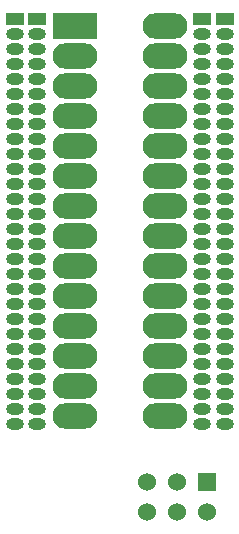
<source format=gbs>
%FSLAX34Y34*%
G04 Gerber Fmt 3.4, Leading zero omitted, Abs format*
G04 (created by PCBNEW (2013-12-05 BZR 4523)-product) date Fri 06 Dec 2013 09:05:46 PM CET*
%MOIN*%
G01*
G70*
G90*
G04 APERTURE LIST*
%ADD10C,0.005906*%
%ADD11O,0.150000X0.085000*%
%ADD12R,0.150000X0.085000*%
%ADD13O,0.059055X0.039370*%
%ADD14R,0.059055X0.039370*%
%ADD15R,0.060000X0.060000*%
%ADD16C,0.060000*%
G04 APERTURE END LIST*
G54D10*
G54D11*
X56000Y-24500D03*
X56000Y-25500D03*
X56000Y-26500D03*
X56000Y-27500D03*
X56000Y-28500D03*
X56000Y-29500D03*
X56000Y-30500D03*
X56000Y-31500D03*
X56000Y-32500D03*
X56000Y-33500D03*
X56000Y-34500D03*
X56000Y-35500D03*
X56000Y-36500D03*
G54D12*
X56000Y-23500D03*
G54D11*
X59000Y-36500D03*
X59000Y-35500D03*
X59000Y-34500D03*
X59000Y-33500D03*
X59000Y-32500D03*
X59000Y-31500D03*
X59000Y-30500D03*
X59000Y-29500D03*
X59000Y-28500D03*
X59000Y-27500D03*
X59000Y-26500D03*
X59000Y-25500D03*
X59000Y-24500D03*
X59000Y-23500D03*
G54D13*
X54000Y-36750D03*
X54000Y-36250D03*
X54000Y-35750D03*
X54000Y-35250D03*
X54000Y-34750D03*
X54000Y-34250D03*
X54000Y-33750D03*
X54000Y-30250D03*
X54000Y-30750D03*
X54000Y-31250D03*
X54000Y-31750D03*
X54000Y-32250D03*
X54000Y-32750D03*
X54000Y-33250D03*
X60250Y-36750D03*
X60250Y-36250D03*
X60250Y-35750D03*
X60250Y-35250D03*
X60250Y-34750D03*
X60250Y-34250D03*
X60250Y-33750D03*
X60250Y-30250D03*
X60250Y-30750D03*
X60250Y-31250D03*
X60250Y-31750D03*
X60250Y-32250D03*
X60250Y-32750D03*
X60250Y-33250D03*
X54750Y-29750D03*
X54750Y-29250D03*
X54750Y-28750D03*
X54750Y-28250D03*
X54750Y-27750D03*
X54750Y-27250D03*
X54750Y-26750D03*
G54D14*
X54750Y-23250D03*
G54D13*
X54750Y-23750D03*
X54750Y-24250D03*
X54750Y-24750D03*
X54750Y-25250D03*
X54750Y-25750D03*
X54750Y-26250D03*
X54750Y-36750D03*
X54750Y-36250D03*
X54750Y-35750D03*
X54750Y-35250D03*
X54750Y-34750D03*
X54750Y-34250D03*
X54750Y-33750D03*
X54750Y-30250D03*
X54750Y-30750D03*
X54750Y-31250D03*
X54750Y-31750D03*
X54750Y-32250D03*
X54750Y-32750D03*
X54750Y-33250D03*
X61000Y-36750D03*
X61000Y-36250D03*
X61000Y-35750D03*
X61000Y-35250D03*
X61000Y-34750D03*
X61000Y-34250D03*
X61000Y-33750D03*
X61000Y-30250D03*
X61000Y-30750D03*
X61000Y-31250D03*
X61000Y-31750D03*
X61000Y-32250D03*
X61000Y-32750D03*
X61000Y-33250D03*
X61000Y-29750D03*
X61000Y-29250D03*
X61000Y-28750D03*
X61000Y-28250D03*
X61000Y-27750D03*
X61000Y-27250D03*
X61000Y-26750D03*
G54D14*
X61000Y-23250D03*
G54D13*
X61000Y-23750D03*
X61000Y-24250D03*
X61000Y-24750D03*
X61000Y-25250D03*
X61000Y-25750D03*
X61000Y-26250D03*
X60250Y-29750D03*
X60250Y-29250D03*
X60250Y-28750D03*
X60250Y-28250D03*
X60250Y-27750D03*
X60250Y-27250D03*
X60250Y-26750D03*
G54D14*
X60250Y-23250D03*
G54D13*
X60250Y-23750D03*
X60250Y-24250D03*
X60250Y-24750D03*
X60250Y-25250D03*
X60250Y-25750D03*
X60250Y-26250D03*
X54000Y-29750D03*
X54000Y-29250D03*
X54000Y-28750D03*
X54000Y-28250D03*
X54000Y-27750D03*
X54000Y-27250D03*
X54000Y-26750D03*
G54D14*
X54000Y-23250D03*
G54D13*
X54000Y-23750D03*
X54000Y-24250D03*
X54000Y-24750D03*
X54000Y-25250D03*
X54000Y-25750D03*
X54000Y-26250D03*
G54D15*
X60400Y-38700D03*
G54D16*
X60400Y-39700D03*
X59400Y-38700D03*
X59400Y-39700D03*
X58400Y-38700D03*
X58400Y-39700D03*
M02*

</source>
